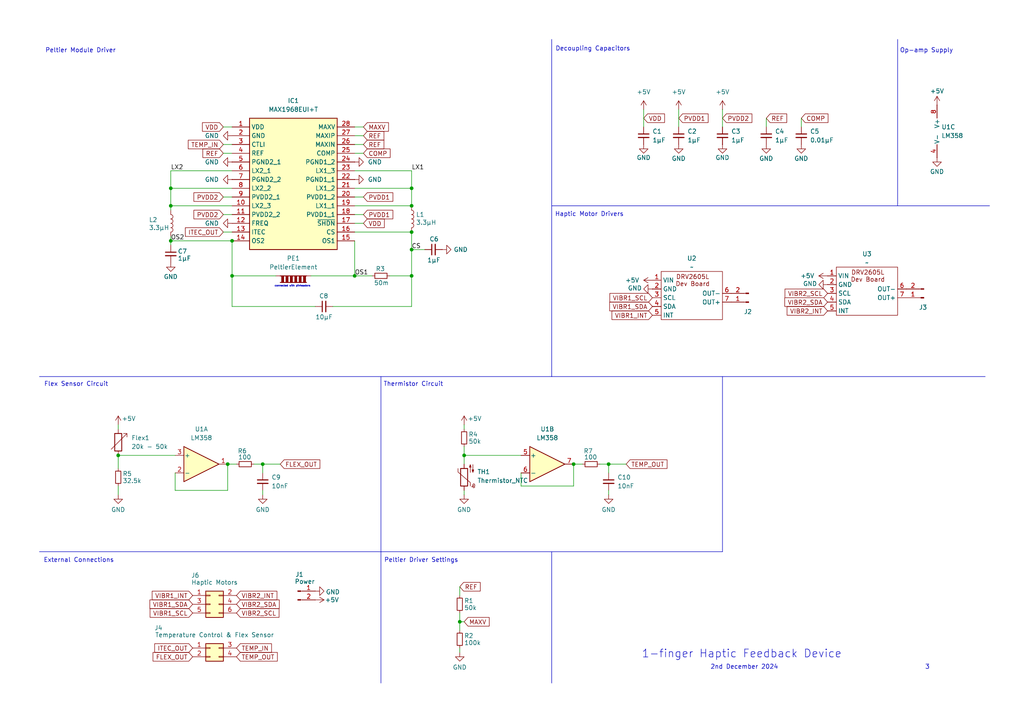
<source format=kicad_sch>
(kicad_sch (version 20231120) (generator "eeschema") (generator_version "8.0")
  (paper "A4")
  (lib_symbols
    (symbol "Amplifier_Operational:LM358" (pin_names (offset 0.127))
      (property "Reference" "U" (at 0 5.08 0))
      (property "Value" "LM358" (at 0 -5.08 0))
      (symbol "LM358_1_1"
        (polyline (pts (xy -5.08 5.08) (xy 5.08 0) (xy -5.08 -5.08) (xy -5.08 5.08)) (stroke (width 0.254)) (fill (type background)))
        (pin output line (at 7.62 0 180) (length 2.54) (name "~") (number "1"))
        (pin input line (at -7.62 -2.54 0) (length 2.54) (name "-") (number "2"))
        (pin input line (at -7.62 2.54 0) (length 2.54) (name "+") (number "3"))
      )
      (symbol "LM358_2_1"
        (polyline (pts (xy -5.08 5.08) (xy 5.08 0) (xy -5.08 -5.08) (xy -5.08 5.08)) (stroke (width 0.254)) (fill (type background)))
        (pin input line (at -7.62 2.54 0) (length 2.54) (name "+") (number "5"))
        (pin input line (at -7.62 -2.54 0) (length 2.54) (name "-") (number "6"))
        (pin output line (at 7.62 0 180) (length 2.54) (name "~") (number "7"))
      )
      (symbol "LM358_3_1"
        (pin power_in line (at -2.54 -7.62 90) (length 3.81) (name "V-") (number "4"))
        (pin power_in line (at -2.54 7.62 270) (length 3.81) (name "V+") (number "8"))
      )
    )
    (symbol "Connector:Conn_01x02_Pin" (pin_names (offset 1.016) hide)
      (property "Reference" "J" (at 0 2.54 0))
      (property "Value" "Conn_01x02_Pin" (at 0 -5.08 0))
      (symbol "Conn_01x02_Pin_1_1"
        (polyline (pts (xy 1.27 -2.54) (xy 0.8636 -2.54)) (stroke (width 0.1524)))
        (polyline (pts (xy 1.27 0) (xy 0.8636 0)) (stroke (width 0.1524)))
        (rectangle (start 0.8636 -2.413) (end 0 -2.667) (stroke (width 0.1524)) (fill (type outline)))
        (rectangle (start 0.8636 0.127) (end 0 -0.127) (stroke (width 0.1524)) (fill (type outline)))
        (pin passive line (at 5.08 0 180) (length 3.81) (name "Pin_1") (number "1"))
        (pin passive line (at 5.08 -2.54 180) (length 3.81) (name "Pin_2") (number "2"))
      )
    )
    (symbol "Connector_Generic:Conn_02x02_Top_Bottom" (pin_names (offset 1.016) hide)
      (property "Reference" "J" (at 1.27 2.54 0))
      (property "Value" "Conn_02x02_Top_Bottom" (at 1.27 -5.08 0))
      (symbol "Conn_02x02_Top_Bottom_1_1"
        (rectangle (start -1.27 -2.413) (end 0 -2.667) (stroke (width 0.1524)))
        (rectangle (start -1.27 0.127) (end 0 -0.127) (stroke (width 0.1524)))
        (rectangle (start -1.27 1.27) (end 3.81 -3.81) (stroke (width 0.254)) (fill (type background)))
        (rectangle (start 3.81 -2.413) (end 2.54 -2.667) (stroke (width 0.1524)))
        (rectangle (start 3.81 0.127) (end 2.54 -0.127) (stroke (width 0.1524)))
        (pin passive line (at -5.08 0 0) (length 3.81) (name "Pin_1") (number "1"))
        (pin passive line (at -5.08 -2.54 0) (length 3.81) (name "Pin_2") (number "2"))
        (pin passive line (at 7.62 0 180) (length 3.81) (name "Pin_3") (number "3"))
        (pin passive line (at 7.62 -2.54 180) (length 3.81) (name "Pin_4") (number "4"))
      )
    )
    (symbol "Connector_Generic:Conn_02x03_Odd_Even" (pin_names (offset 1.016) hide)
      (property "Reference" "J" (at 1.27 5.08 0))
      (property "Value" "Conn_02x03_Odd_Even" (at 1.27 -5.08 0))
      (symbol "Conn_02x03_Odd_Even_1_1"
        (rectangle (start -1.27 -2.413) (end 0 -2.667) (stroke (width 0.1524)))
        (rectangle (start -1.27 0.127) (end 0 -0.127) (stroke (width 0.1524)))
        (rectangle (start -1.27 2.667) (end 0 2.413) (stroke (width 0.1524)))
        (rectangle (start -1.27 3.81) (end 3.81 -3.81) (stroke (width 0.254)) (fill (type background)))
        (rectangle (start 3.81 -2.413) (end 2.54 -2.667) (stroke (width 0.1524)))
        (rectangle (start 3.81 0.127) (end 2.54 -0.127) (stroke (width 0.1524)))
        (rectangle (start 3.81 2.667) (end 2.54 2.413) (stroke (width 0.1524)))
        (pin passive line (at -5.08 2.54 0) (length 3.81) (name "Pin_1") (number "1"))
        (pin passive line (at 7.62 2.54 180) (length 3.81) (name "Pin_2") (number "2"))
        (pin passive line (at -5.08 0 0) (length 3.81) (name "Pin_3") (number "3"))
        (pin passive line (at 7.62 0 180) (length 3.81) (name "Pin_4") (number "4"))
        (pin passive line (at -5.08 -2.54 0) (length 3.81) (name "Pin_5") (number "5"))
        (pin passive line (at 7.62 -2.54 180) (length 3.81) (name "Pin_6") (number "6"))
      )
    )
    (symbol "DRV2605L_1"
      (property "Reference" "U3" (at 0 7.62 0))
      (property "Value" "~" (at 0 5.08 0))
      (symbol "DRV2605L_1_0_1"
        (rectangle (start -8.89 3.81) (end 8.89 -10.16))
      )
      (symbol "DRV2605L_1_1_1"
        (text "DRV2605L\nDev Board" (at 0.254 1.27 0) (effects (font (size 1.27 1.27))))
        (pin power_in line (at -11.43 1.27 0) (length 2.54) (name "VIN") (number "1"))
        (pin power_in line (at -11.43 -1.27 0) (length 2.54) (name "GND") (number "2"))
        (pin input line (at -11.43 -3.81 0) (length 2.54) (name "SCL") (number "3"))
        (pin input line (at -11.43 -6.35 0) (length 2.54) (name "SDA") (number "4"))
        (pin input line (at -11.43 -8.89 0) (length 2.54) (name "INT") (number "5"))
        (pin output line (at 11.43 -2.54 180) (length 2.54) (name "OUT-") (number "6"))
        (pin output line (at 11.43 -5.08 180) (length 2.54) (name "OUT+") (number "7"))
      )
    )
    (symbol "Device:C_Small" (pin_numbers hide) (pin_names (offset 0.254) hide)
      (property "Reference" "C" (at 0.254 1.778 0))
      (property "Value" "C_Small" (at 0.254 -2.032 0))
      (symbol "C_Small_0_1"
        (polyline (pts (xy -1.524 -0.508) (xy 1.524 -0.508)) (stroke (width 0.3302)))
        (polyline (pts (xy -1.524 0.508) (xy 1.524 0.508)) (stroke (width 0.3048)))
      )
      (symbol "C_Small_1_1"
        (pin passive line (at 0 2.54 270) (length 2.032) (name "~") (number "1"))
        (pin passive line (at 0 -2.54 90) (length 2.032) (name "~") (number "2"))
      )
    )
    (symbol "Device:L" (pin_numbers hide) (pin_names (offset 1.016) hide)
      (property "Reference" "L" (at -1.27 0 90))
      (property "Value" "L" (at 1.905 0 90))
      (symbol "L_0_1"
        (arc (start 0 -2.54) (mid 0.6323 -1.905) (end 0 -1.27))
        (arc (start 0 -1.27) (mid 0.6323 -0.635) (end 0 0))
        (arc (start 0 0) (mid 0.6323 0.635) (end 0 1.27))
        (arc (start 0 1.27) (mid 0.6323 1.905) (end 0 2.54))
      )
      (symbol "L_1_1"
        (pin passive line (at 0 3.81 270) (length 1.27) (name "1") (number "1"))
        (pin passive line (at 0 -3.81 90) (length 1.27) (name "2") (number "2"))
      )
    )
    (symbol "Device:PeltierElement" (pin_numbers hide) (pin_names (offset 0))
      (property "Reference" "PE" (at 0 3.175 0))
      (property "Value" "PeltierElement" (at 0 -1.27 0))
      (symbol "PeltierElement_0_1"
        (rectangle (start -3.556 1.905) (end -2.921 0) (fill (type outline)))
        (rectangle (start -2.286 1.905) (end -1.651 0) (fill (type outline)))
        (rectangle (start -0.381 1.905) (end -1.016 0) (fill (type outline)))
        (polyline (pts (xy -3.81 0) (xy 3.81 0)) (stroke (width 0.254)) (fill (type outline)))
        (polyline (pts (xy -3.81 1.905) (xy 3.81 1.905)) (stroke (width 0.254)))
        (rectangle (start 0.889 1.905) (end 0.254 0) (fill (type outline)))
        (rectangle (start 1.524 0) (end 2.159 1.905) (fill (type outline)))
        (rectangle (start 2.794 0) (end 3.429 1.905) (fill (type outline)))
      )
      (symbol "PeltierElement_1_1"
        (pin passive line (at -5.08 0 0) (length 1.27) (name "~") (number "1"))
        (pin passive line (at 5.08 0 180) (length 1.27) (name "~") (number "2"))
      )
    )
    (symbol "Device:R_Small" (pin_numbers hide) (pin_names (offset 0.254) hide)
      (property "Reference" "R" (at 0.762 0.508 0))
      (property "Value" "R_Small" (at 0.762 -1.016 0))
      (symbol "R_Small_0_1"
        (rectangle (start -0.762 1.778) (end 0.762 -1.778) (stroke (width 0.2032)))
      )
      (symbol "R_Small_1_1"
        (pin passive line (at 0 2.54 270) (length 0.762) (name "~") (number "1"))
        (pin passive line (at 0 -2.54 90) (length 0.762) (name "~") (number "2"))
      )
    )
    (symbol "Device:R_Variable" (pin_numbers hide) (pin_names (offset 0))
      (property "Reference" "R" (at 2.54 -2.54 90))
      (property "Value" "R_Variable" (at -2.54 -1.27 90))
      (symbol "R_Variable_0_1"
        (rectangle (start -1.016 -2.54) (end 1.016 2.54) (stroke (width 0.254)))
        (polyline (pts (xy 2.54 1.524) (xy 2.54 2.54) (xy 1.524 2.54) (xy 2.54 2.54) (xy -2.032 -2.032)))
      )
      (symbol "R_Variable_1_1"
        (pin passive line (at 0 3.81 270) (length 1.27) (name "~") (number "1"))
        (pin passive line (at 0 -3.81 90) (length 1.27) (name "~") (number "2"))
      )
    )
    (symbol "Device:Thermistor_NTC" (pin_numbers hide) (pin_names (offset 0))
      (property "Reference" "TH" (at -4.445 0 90))
      (property "Value" "Thermistor_NTC" (at 3.175 0 90))
      (symbol "Thermistor_NTC_0_1"
        (arc (start -3.048 2.159) (mid -3.0495 2.3143) (end -3.175 2.413))
        (arc (start -3.048 2.159) (mid -2.9736 1.9794) (end -2.794 1.905))
        (arc (start -3.048 2.794) (mid -2.9736 2.6144) (end -2.794 2.54))
        (arc (start -2.794 1.905) (mid -2.6144 1.9794) (end -2.54 2.159))
        (arc (start -2.794 2.54) (mid -2.4393 2.5587) (end -2.159 2.794))
        (arc (start -2.794 3.048) (mid -2.9736 2.9736) (end -3.048 2.794))
        (arc (start -2.54 2.794) (mid -2.6144 2.9736) (end -2.794 3.048))
        (rectangle (start -1.016 2.54) (end 1.016 -2.54) (stroke (width 0.254)))
        (polyline (pts (xy -2.54 2.159) (xy -2.54 2.794)))
        (polyline (pts (xy -1.778 2.54) (xy -1.778 1.524) (xy 1.778 -1.524) (xy 1.778 -2.54)))
        (polyline (pts (xy -2.54 -3.683) (xy -2.54 -1.397) (xy -2.794 -2.159) (xy -2.286 -2.159) (xy -2.54 -1.397) (xy -2.54 -1.651)) (fill (type outline)))
        (polyline (pts (xy -1.778 -1.397) (xy -1.778 -3.683) (xy -2.032 -2.921) (xy -1.524 -2.921) (xy -1.778 -3.683) (xy -1.778 -3.429)) (fill (type outline)))
      )
      (symbol "Thermistor_NTC_1_1"
        (pin passive line (at 0 3.81 270) (length 1.27) (name "~") (number "1"))
        (pin passive line (at 0 -3.81 90) (length 1.27) (name "~") (number "2"))
      )
    )
    (symbol "HapticDriver:DRV2605L"
      (property "Reference" "U2" (at 0 7.62 0))
      (property "Value" "~" (at 0 5.08 0))
      (symbol "DRV2605L_0_1"
        (rectangle (start -8.89 3.81) (end 8.89 -10.16))
      )
      (symbol "DRV2605L_1_1"
        (text "DRV2605L\nDev Board" (at 0.254 1.27 0) (effects (font (size 1.27 1.27))))
        (pin power_in line (at -11.43 1.27 0) (length 2.54) (name "VIN") (number "1"))
        (pin power_in line (at -11.43 -1.27 0) (length 2.54) (name "GND") (number "2"))
        (pin input line (at -11.43 -3.81 0) (length 2.54) (name "SCL") (number "3"))
        (pin input line (at -11.43 -6.35 0) (length 2.54) (name "SDA") (number "4"))
        (pin input line (at -11.43 -8.89 0) (length 2.54) (name "INT") (number "5"))
        (pin output line (at 11.43 -2.54 180) (length 2.54) (name "OUT-") (number "6"))
        (pin output line (at 11.43 -5.08 180) (length 2.54) (name "OUT+") (number "7"))
      )
    )
    (symbol "MAX1968EUI+T:MAX1968EUI+T"
      (property "Reference" "IC" (at 31.75 7.62 0))
      (property "Value" "MAX1968EUI+T" (at 31.75 5.08 0))
      (symbol "MAX1968EUI+T_1_1"
        (rectangle (start 5.08 2.54) (end 30.48 -35.56) (stroke (width 0.254)) (fill (type background)))
        (pin passive line (at 0 0 0) (length 5.08) (name "VDD") (number "1"))
        (pin passive line (at 0 -22.86 0) (length 5.08) (name "LX2_3") (number "10"))
        (pin passive line (at 0 -25.4 0) (length 5.08) (name "PVDD2_2") (number "11"))
        (pin passive line (at 0 -27.94 0) (length 5.08) (name "FREQ") (number "12"))
        (pin passive line (at 0 -30.48 0) (length 5.08) (name "ITEC") (number "13"))
        (pin passive line (at 0 -33.02 0) (length 5.08) (name "OS2") (number "14"))
        (pin passive line (at 35.56 -33.02 180) (length 5.08) (name "OS1") (number "15"))
        (pin passive line (at 35.56 -30.48 180) (length 5.08) (name "CS") (number "16"))
        (pin passive line (at 35.56 -27.94 180) (length 5.08) (name "~{SHDN}") (number "17"))
        (pin passive line (at 35.56 -25.4 180) (length 5.08) (name "PVDD1_1") (number "18"))
        (pin passive line (at 35.56 -22.86 180) (length 5.08) (name "LX1_1") (number "19"))
        (pin passive line (at 0 -2.54 0) (length 5.08) (name "GND") (number "2"))
        (pin passive line (at 35.56 -20.32 180) (length 5.08) (name "PVDD1_2") (number "20"))
        (pin passive line (at 35.56 -17.78 180) (length 5.08) (name "LX1_2") (number "21"))
        (pin passive line (at 35.56 -15.24 180) (length 5.08) (name "PGND1_1") (number "22"))
        (pin passive line (at 35.56 -12.7 180) (length 5.08) (name "LX1_3") (number "23"))
        (pin passive line (at 35.56 -10.16 180) (length 5.08) (name "PGND1_2") (number "24"))
        (pin passive line (at 35.56 -7.62 180) (length 5.08) (name "COMP") (number "25"))
        (pin passive line (at 35.56 -5.08 180) (length 5.08) (name "MAXIN") (number "26"))
        (pin passive line (at 35.56 -2.54 180) (length 5.08) (name "MAXIP") (number "27"))
        (pin passive line (at 35.56 0 180) (length 5.08) (name "MAXV") (number "28"))
        (pin passive line (at 0 -5.08 0) (length 5.08) (name "CTLI") (number "3"))
        (pin passive line (at 0 -7.62 0) (length 5.08) (name "REF") (number "4"))
        (pin passive line (at 0 -10.16 0) (length 5.08) (name "PGND2_1") (number "5"))
        (pin passive line (at 0 -12.7 0) (length 5.08) (name "LX2_1") (number "6"))
        (pin passive line (at 0 -15.24 0) (length 5.08) (name "PGND2_2") (number "7"))
        (pin passive line (at 0 -17.78 0) (length 5.08) (name "LX2_2") (number "8"))
        (pin passive line (at 0 -20.32 0) (length 5.08) (name "PVDD2_1") (number "9"))
      )
    )
    (symbol "power:+5V" (power) (pin_numbers hide) (pin_names (offset 0) hide)
      (property "Value" "+5V" (at 0 3.556 0))
      (symbol "+5V_0_1"
        (polyline (pts (xy -0.762 1.27) (xy 0 2.54)))
        (polyline (pts (xy 0 0) (xy 0 2.54)))
        (polyline (pts (xy 0 2.54) (xy 0.762 1.27)))
      )
      (symbol "+5V_1_1"
        (pin power_in line (at 0 0 90) (length 0) (name "~") (number "1"))
      )
    )
    (symbol "power:GND" (power) (pin_numbers hide) (pin_names (offset 0) hide)
      (property "Value" "GND" (at 0 -3.81 0))
      (symbol "GND_0_1"
        (polyline (pts (xy 0 0) (xy 0 -1.27) (xy 1.27 -1.27) (xy 0 -2.54) (xy -1.27 -1.27) (xy 0 -1.27)))
      )
      (symbol "GND_1_1"
        (pin power_in line (at 0 0 270) (length 0) (name "~") (number "1"))
      )
    )
  )
  (junction (at 133.35 180.34))
  (junction (at 166.37 134.62))
  (junction (at 67.31 80.01))
  (junction (at 49.53 59.69))
  (junction (at 134.62 132.08))
  (junction (at 119.38 72.39))
  (junction (at 66.04 134.62))
  (junction (at 76.2 134.62))
  (junction (at 67.31 69.85))
  (junction (at 49.53 54.61))
  (junction (at 119.38 67.31))
  (junction (at 34.29 132.08))
  (junction (at 119.38 54.61))
  (junction (at 119.38 80.01))
  (junction (at 102.87 80.01))
  (junction (at 176.53 134.62))
  (junction (at 119.38 59.69))
  (junction (at 49.53 69.85))
  (polyline (pts (xy 160.02 11.43) (xy 160.02 109.22)))
  (wire (pts (xy 196.85 36.83) (xy 196.85 31.75)))
  (wire (pts (xy 151.13 140.97) (xy 151.13 137.16)))
  (wire (pts (xy 119.38 54.61) (xy 119.38 59.69)))
  (wire (pts (xy 102.87 49.53) (xy 119.38 49.53)))
  (wire (pts (xy 134.62 132.08) (xy 134.62 134.62)))
  (wire (pts (xy 49.53 71.12) (xy 49.53 69.85)))
  (polyline (pts (xy 285.75 109.22) (xy 160.02 109.22)))
  (polyline (pts (xy 160.02 160.02) (xy 209.55 160.02)))
  (wire (pts (xy 119.38 49.53) (xy 119.38 54.61)))
  (wire (pts (xy 49.53 49.53) (xy 67.31 49.53)))
  (wire (pts (xy 209.55 36.83) (xy 209.55 31.75)))
  (wire (pts (xy 64.77 67.31) (xy 67.31 67.31)))
  (wire (pts (xy 49.53 59.69) (xy 67.31 59.69)))
  (wire (pts (xy 102.87 59.69) (xy 119.38 59.69)))
  (wire (pts (xy 133.35 189.23) (xy 133.35 187.96)))
  (wire (pts (xy 34.29 135.89) (xy 34.29 132.08)))
  (wire (pts (xy 90.17 80.01) (xy 102.87 80.01)))
  (wire (pts (xy 67.31 62.23) (xy 64.77 62.23)))
  (wire (pts (xy 49.53 60.96) (xy 49.53 59.69)))
  (wire (pts (xy 102.87 54.61) (xy 119.38 54.61)))
  (wire (pts (xy 50.8 142.24) (xy 66.04 142.24)))
  (wire (pts (xy 166.37 134.62) (xy 168.91 134.62)))
  (polyline (pts (xy 287.02 59.69) (xy 160.02 59.69)))
  (wire (pts (xy 102.87 80.01) (xy 107.95 80.01)))
  (wire (pts (xy 102.87 69.85) (xy 102.87 80.01)))
  (wire (pts (xy 133.35 177.8) (xy 133.35 180.34)))
  (wire (pts (xy 166.37 140.97) (xy 151.13 140.97)))
  (wire (pts (xy 176.53 134.62) (xy 181.61 134.62)))
  (polyline (pts (xy 110.49 198.12) (xy 110.49 109.22)))
  (wire (pts (xy 76.2 134.62) (xy 81.28 134.62)))
  (wire (pts (xy 49.53 54.61) (xy 67.31 54.61)))
  (wire (pts (xy 34.29 124.46) (xy 34.29 123.19)))
  (wire (pts (xy 49.53 69.85) (xy 67.31 69.85)))
  (wire (pts (xy 102.87 44.45) (xy 105.41 44.45)))
  (wire (pts (xy 119.38 72.39) (xy 119.38 67.31)))
  (wire (pts (xy 64.77 36.83) (xy 67.31 36.83)))
  (wire (pts (xy 119.38 80.01) (xy 119.38 72.39)))
  (wire (pts (xy 123.19 72.39) (xy 119.38 72.39)))
  (wire (pts (xy 102.87 67.31) (xy 119.38 67.31)))
  (wire (pts (xy 176.53 143.51) (xy 176.53 142.24)))
  (wire (pts (xy 50.8 132.08) (xy 34.29 132.08)))
  (wire (pts (xy 67.31 80.01) (xy 67.31 88.9)))
  (polyline (pts (xy 209.55 160.02) (xy 209.55 109.22)))
  (wire (pts (xy 50.8 137.16) (xy 50.8 142.24)))
  (wire (pts (xy 133.35 170.18) (xy 133.35 172.72)))
  (wire (pts (xy 49.53 49.53) (xy 49.53 54.61)))
  (wire (pts (xy 49.53 54.61) (xy 49.53 59.69)))
  (wire (pts (xy 76.2 143.51) (xy 76.2 142.24)))
  (wire (pts (xy 96.52 88.9) (xy 119.38 88.9)))
  (wire (pts (xy 67.31 80.01) (xy 80.01 80.01)))
  (wire (pts (xy 134.62 123.19) (xy 134.62 124.46)))
  (wire (pts (xy 66.04 142.24) (xy 66.04 134.62)))
  (wire (pts (xy 102.87 57.15) (xy 105.41 57.15)))
  (wire (pts (xy 105.41 36.83) (xy 102.87 36.83)))
  (wire (pts (xy 133.35 180.34) (xy 133.35 182.88)))
  (wire (pts (xy 64.77 41.91) (xy 67.31 41.91)))
  (wire (pts (xy 186.69 36.83) (xy 186.69 31.75)))
  (wire (pts (xy 119.38 88.9) (xy 119.38 80.01)))
  (wire (pts (xy 102.87 62.23) (xy 105.41 62.23)))
  (wire (pts (xy 134.62 143.51) (xy 134.62 142.24)))
  (wire (pts (xy 222.25 36.83) (xy 222.25 34.29)))
  (wire (pts (xy 73.66 134.62) (xy 76.2 134.62)))
  (wire (pts (xy 49.53 69.85) (xy 49.53 68.58)))
  (wire (pts (xy 134.62 180.34) (xy 133.35 180.34)))
  (wire (pts (xy 76.2 137.16) (xy 76.2 134.62)))
  (wire (pts (xy 105.41 41.91) (xy 102.87 41.91)))
  (polyline (pts (xy 160.02 198.12) (xy 160.02 160.02)))
  (polyline (pts (xy 11.43 109.22) (xy 160.02 109.22)))
  (wire (pts (xy 34.29 140.97) (xy 34.29 143.51)))
  (wire (pts (xy 67.31 69.85) (xy 67.31 80.01)))
  (wire (pts (xy 173.99 134.62) (xy 176.53 134.62)))
  (wire (pts (xy 166.37 134.62) (xy 166.37 140.97)))
  (wire (pts (xy 91.44 88.9) (xy 67.31 88.9)))
  (wire (pts (xy 176.53 137.16) (xy 176.53 134.62)))
  (wire (pts (xy 105.41 39.37) (xy 102.87 39.37)))
  (polyline (pts (xy 260.35 11.43) (xy 260.35 59.69)))
  (wire (pts (xy 113.03 80.01) (xy 119.38 80.01)))
  (wire (pts (xy 232.41 36.83) (xy 232.41 34.29)))
  (wire (pts (xy 134.62 132.08) (xy 151.13 132.08)))
  (wire (pts (xy 66.04 134.62) (xy 68.58 134.62)))
  (wire (pts (xy 67.31 57.15) (xy 64.77 57.15)))
  (wire (pts (xy 64.77 44.45) (xy 67.31 44.45)))
  (polyline (pts (xy 11.43 160.02) (xy 160.02 160.02)))
  (wire (pts (xy 105.41 64.77) (xy 102.87 64.77)))
  (wire (pts (xy 134.62 129.54) (xy 134.62 132.08)))
  (text "Thermistor Circuit" (at 119.888 111.506 0) (effects (font (size 1.27 1.27))))
  (text "Op-amp Supply" (at 268.732 14.732 0) (effects (font (size 1.27 1.27))))
  (text "connected with pinheaders" (at 84.836 83.058 0) (effects (font (size 0.508 0.508))))
  (text "External Connections" (at 22.86 162.56 0) (effects (font (size 1.27 1.27))))
  (text "Peltier Module Driver" (at 23.368 14.732 0) (effects (font (size 1.27 1.27))))
  (text "Haptic Motor Drivers" (at 170.942 62.23 0) (effects (font (size 1.27 1.27))))
  (text "Flex Sensor Circuit" (at 22.098 111.506 0) (effects (font (size 1.27 1.27))))
  (text "3" (at 268.986 193.548 0) (effects (font (size 1.27 1.27))))
  (text "Peltier Driver Settings" (at 122.174 162.56 0) (effects (font (size 1.27 1.27))))
  (text "1-finger Haptic Feedback Device" (at 215.138 189.738 0) (effects (font (size 2.286 2.286))))
  (text "Decoupling Capacitors" (at 171.958 14.224 0) (effects (font (size 1.27 1.27))))
  (text "2nd December 2024" (at 215.9 193.548 0) (effects (font (size 1.27 1.27))))
  (label "OS1" (at 102.87 80.01 0))
  (label "LX1" (at 119.38 49.53 0))
  (label "OS2" (at 49.53 69.85 0))
  (label "CS" (at 119.38 72.39 0))
  (label "LX2" (at 49.53 49.53 0))
  (global_label "REF" (shape input) (at 222.25 34.29 0) (property "Intersheetrefs" "${INTERSHEET_REFS}" (effects (hide yes))))
  (global_label "VDD" (shape input) (at 186.69 34.29 0) (property "Intersheetrefs" "${INTERSHEET_REFS}" (effects (hide yes))))
  (global_label "VIBR2_SCL" (shape input) (at 68.58 177.8 0) (property "Intersheetrefs" "${INTERSHEET_REFS}" (effects (hide yes))))
  (global_label "PVDD2" (shape input) (at 209.55 34.29 0) (property "Intersheetrefs" "${INTERSHEET_REFS}" (effects (hide yes))))
  (global_label "TEMP_OUT" (shape input) (at 181.61 134.62 0) (property "Intersheetrefs" "${INTERSHEET_REFS}" (effects (hide yes))))
  (global_label "COMP" (shape input) (at 105.41 44.45 0) (property "Intersheetrefs" "${INTERSHEET_REFS}" (effects (hide yes))))
  (global_label "VIBR1_SDA" (shape input) (at 189.23 88.9 180) (property "Intersheetrefs" "${INTERSHEET_REFS}" (effects (hide yes))))
  (global_label "REF" (shape input) (at 105.41 39.37 0) (property "Intersheetrefs" "${INTERSHEET_REFS}" (effects (hide yes))))
  (global_label "REF" (shape input) (at 133.35 170.18 0) (property "Intersheetrefs" "${INTERSHEET_REFS}" (effects (hide yes))))
  (global_label "VIBR1_INT" (shape input) (at 55.88 172.72 180) (property "Intersheetrefs" "${INTERSHEET_REFS}" (effects (hide yes))))
  (global_label "VIBR2_SDA" (shape input) (at 240.03 87.63 180) (property "Intersheetrefs" "${INTERSHEET_REFS}" (effects (hide yes))))
  (global_label "FLEX_OUT" (shape input) (at 55.88 190.5 180) (property "Intersheetrefs" "${INTERSHEET_REFS}" (effects (hide yes))))
  (global_label "TEMP_OUT" (shape input) (at 68.58 190.5 0) (property "Intersheetrefs" "${INTERSHEET_REFS}" (effects (hide yes))))
  (global_label "VIBR1_INT" (shape input) (at 189.23 91.44 180) (property "Intersheetrefs" "${INTERSHEET_REFS}" (effects (hide yes))))
  (global_label "VDD" (shape input) (at 64.77 36.83 180) (property "Intersheetrefs" "${INTERSHEET_REFS}" (effects (hide yes))))
  (global_label "PVDD1" (shape input) (at 105.41 62.23 0) (property "Intersheetrefs" "${INTERSHEET_REFS}" (effects (hide yes))))
  (global_label "MAXV" (shape input) (at 134.62 180.34 0) (property "Intersheetrefs" "${INTERSHEET_REFS}" (effects (hide yes))))
  (global_label "COMP" (shape input) (at 232.41 34.29 0) (property "Intersheetrefs" "${INTERSHEET_REFS}" (effects (hide yes))))
  (global_label "TEMP_IN" (shape input) (at 64.77 41.91 180) (property "Intersheetrefs" "${INTERSHEET_REFS}" (effects (hide yes))))
  (global_label "PVDD1" (shape input) (at 196.85 34.29 0) (property "Intersheetrefs" "${INTERSHEET_REFS}" (effects (hide yes))))
  (global_label "VIBR2_SDA" (shape input) (at 68.58 175.26 0) (property "Intersheetrefs" "${INTERSHEET_REFS}" (effects (hide yes))))
  (global_label "FLEX_OUT" (shape input) (at 81.28 134.62 0) (property "Intersheetrefs" "${INTERSHEET_REFS}" (effects (hide yes))))
  (global_label "VIBR1_SDA" (shape input) (at 55.88 175.26 180) (property "Intersheetrefs" "${INTERSHEET_REFS}" (effects (hide yes))))
  (global_label "ITEC_OUT" (shape input) (at 55.88 187.96 180) (property "Intersheetrefs" "${INTERSHEET_REFS}" (effects (hide yes))))
  (global_label "VIBR1_SCL" (shape input) (at 55.88 177.8 180) (property "Intersheetrefs" "${INTERSHEET_REFS}" (effects (hide yes))))
  (global_label "ITEC_OUT" (shape input) (at 64.77 67.31 180) (property "Intersheetrefs" "${INTERSHEET_REFS}" (effects (hide yes))))
  (global_label "PVDD1" (shape input) (at 105.41 57.15 0) (property "Intersheetrefs" "${INTERSHEET_REFS}" (effects (hide yes))))
  (global_label "TEMP_IN" (shape input) (at 68.58 187.96 0) (property "Intersheetrefs" "${INTERSHEET_REFS}" (effects (hide yes))))
  (global_label "MAXV" (shape input) (at 105.41 36.83 0) (property "Intersheetrefs" "${INTERSHEET_REFS}" (effects (hide yes))))
  (global_label "PVDD2" (shape input) (at 64.77 62.23 180) (property "Intersheetrefs" "${INTERSHEET_REFS}" (effects (hide yes))))
  (global_label "REF" (shape input) (at 64.77 44.45 180) (property "Intersheetrefs" "${INTERSHEET_REFS}" (effects (hide yes))))
  (global_label "VIBR2_INT" (shape input) (at 68.58 172.72 0) (property "Intersheetrefs" "${INTERSHEET_REFS}" (effects (hide yes))))
  (global_label "VDD" (shape input) (at 105.41 64.77 0) (property "Intersheetrefs" "${INTERSHEET_REFS}" (effects (hide yes))))
  (global_label "VIBR1_SCL" (shape input) (at 189.23 86.36 180) (property "Intersheetrefs" "${INTERSHEET_REFS}" (effects (hide yes))))
  (global_label "REF" (shape input) (at 105.41 41.91 0) (property "Intersheetrefs" "${INTERSHEET_REFS}" (effects (hide yes))))
  (global_label "VIBR2_INT" (shape input) (at 240.03 90.17 180) (property "Intersheetrefs" "${INTERSHEET_REFS}" (effects (hide yes))))
  (global_label "VIBR2_SCL" (shape input) (at 240.03 85.09 180) (property "Intersheetrefs" "${INTERSHEET_REFS}" (effects (hide yes))))
  (global_label "PVDD2" (shape input) (at 64.77 57.15 180) (property "Intersheetrefs" "${INTERSHEET_REFS}" (effects (hide yes))))
  (symbol (lib_id "Amplifier_Operational:LM358") (at 274.32 38.1 0) (unit 3)
    (property "Reference" "U1" (at 273.05 36.8299 0) (effects (justify left)))
    (property "Value" "LM358" (at 273.05 39.3699 0) (effects (justify left)))
    (property "Footprint" "LM358:SOP65P640X135-8N" (effects (hide yes)))
    (property "Datasheet" "http://www.ti.com/lit/ds/symlink/lm2904-n.pdf" (effects (hide yes)))
    (property "Description" "Low-Power, Dual Operational Amplifiers, DIP-8/SOIC-8/TO-99-8" (effects (hide yes)))
  )
  (symbol (lib_id "power:+5V") (at 196.85 31.75 0) (unit 1)
    (property "Reference" "#PWR01" (effects (hide yes)))
    (property "Value" "+5V" (at 196.85 26.67 0))
    (property "Description" "Power symbol creates a global label with name \"+5V\"" (effects (hide yes)))
  )
  (symbol (lib_id "Amplifier_Operational:LM358") (at 58.42 134.62 0) (unit 1)
    (property "Reference" "U1" (at 58.42 124.46 0))
    (property "Value" "LM358" (at 58.42 127 0))
    (property "Footprint" "LM358:SOP65P640X135-8N" (effects (hide yes)))
    (property "Datasheet" "http://www.ti.com/lit/ds/symlink/lm2904-n.pdf" (effects (hide yes)))
    (property "Description" "Low-Power, Dual Operational Amplifiers, DIP-8/SOIC-8/TO-99-8" (effects (hide yes)))
  )
  (symbol (lib_id "Device:C_Small") (at 125.73 72.39 90) (unit 1)
    (property "Reference" "C6" (at 127.254 69.342 90) (effects (justify left)))
    (property "Value" "1µF" (at 127.762 75.438 90) (effects (justify left)))
    (property "Footprint" "Capacitor_SMD:C_0805_2012Metric_Pad1.18x1.45mm_HandSolder" (effects (hide yes)))
    (property "Description" "Unpolarized capacitor, small symbol" (effects (hide yes)))
  )
  (symbol (lib_id "power:+5V") (at 91.44 173.99 270) (unit 1)
    (property "Reference" "#PWR018" (effects (hide yes)))
    (property "Value" "+5V" (at 94.234 173.99 90) (effects (justify left)))
    (property "Description" "Power symbol creates a global label with name \"+5V\"" (effects (hide yes)))
  )
  (symbol (lib_id "power:GND") (at 196.85 41.91 0) (unit 1)
    (property "Reference" "#PWR02" (effects (hide yes)))
    (property "Value" "GND" (at 198.882 45.974 0) (effects (justify right)))
    (property "Description" "Power symbol creates a global label with name \"GND\" , ground" (effects (hide yes)))
  )
  (symbol (lib_id "Device:C_Small") (at 222.25 39.37 0) (unit 1)
    (property "Reference" "C4" (at 224.79 38.1062 0) (effects (justify left)))
    (property "Value" "1µF" (at 224.79 40.6462 0) (effects (justify left)))
    (property "Footprint" "Capacitor_SMD:C_0805_2012Metric_Pad1.18x1.45mm_HandSolder" (effects (hide yes)))
    (property "Description" "Unpolarized capacitor, small symbol" (effects (hide yes)))
  )
  (symbol (lib_id "Device:PeltierElement") (at 85.09 80.01 180) (unit 1)
    (property "Reference" "PE1" (at 85.09 74.93 0))
    (property "Value" "PeltierElement" (at 85.09 77.47 0))
    (property "Footprint" "Connector_PinHeader_2.54mm:PinHeader_1x02_P2.54mm_Vertical" (effects (hide yes)))
    (property "Description" "Peltier element, thermoelectric cooler" (effects (hide yes)))
  )
  (symbol (lib_id "power:GND") (at 189.23 83.82 270) (unit 1)
    (property "Reference" "#PWR030" (effects (hide yes)))
    (property "Value" "GND" (at 186.182 83.566 90) (effects (justify right)))
    (property "Description" "Power symbol creates a global label with name \"GND\" , ground" (effects (hide yes)))
  )
  (symbol (lib_id "power:GND") (at 134.62 143.51 0) (unit 1)
    (property "Reference" "#PWR019" (effects (hide yes)))
    (property "Value" "GND" (at 136.652 147.828 0) (effects (justify right)))
    (property "Description" "Power symbol creates a global label with name \"GND\" , ground" (effects (hide yes)))
  )
  (symbol (lib_id "Device:R_Small") (at 171.45 134.62 90) (unit 1)
    (property "Reference" "R7" (at 171.958 130.81 90) (effects (justify left)))
    (property "Value" "100" (at 173.228 132.588 90) (effects (justify left)))
    (property "Footprint" "Resistor_SMD:R_0805_2012Metric_Pad1.20x1.40mm_HandSolder" (effects (hide yes)))
    (property "Description" "Resistor, small symbol" (effects (hide yes)))
  )
  (symbol (lib_id "power:GND") (at 67.31 52.07 270) (unit 1)
    (property "Reference" "#PWR09" (effects (hide yes)))
    (property "Value" "GND" (at 63.5 52.0699 90) (effects (justify right)))
    (property "Description" "Power symbol creates a global label with name \"GND\" , ground" (effects (hide yes)))
  )
  (symbol (lib_id "power:+5V") (at 134.62 123.19 0) (unit 1)
    (property "Reference" "#PWR020" (effects (hide yes)))
    (property "Value" "+5V" (at 137.668 121.412 0))
    (property "Description" "Power symbol creates a global label with name \"+5V\"" (effects (hide yes)))
  )
  (symbol (lib_id "Device:C_Small") (at 93.98 88.9 90) (unit 1)
    (property "Reference" "C8" (at 95.25 85.852 90) (effects (justify left)))
    (property "Value" "10µF" (at 96.52 91.948 90) (effects (justify left)))
    (property "Footprint" "Capacitor_SMD:C_0805_2012Metric_Pad1.18x1.45mm_HandSolder" (effects (hide yes)))
    (property "Description" "Unpolarized capacitor, small symbol" (effects (hide yes)))
  )
  (symbol (lib_id "Device:C_Small") (at 232.41 39.37 0) (unit 1)
    (property "Reference" "C5" (at 234.95 38.1062 0) (effects (justify left)))
    (property "Value" "0.01µF" (at 234.95 40.6462 0) (effects (justify left)))
    (property "Footprint" "Capacitor_SMD:C_0805_2012Metric_Pad1.18x1.45mm_HandSolder" (effects (hide yes)))
    (property "Description" "Unpolarized capacitor, small symbol" (effects (hide yes)))
  )
  (symbol (lib_id "Device:R_Small") (at 110.49 80.01 270) (unit 1)
    (property "Reference" "R3" (at 108.966 77.978 90) (effects (justify left)))
    (property "Value" "50m" (at 108.458 82.042 90) (effects (justify left)))
    (property "Footprint" "Resistor_SMD:R_1206_3216Metric_Pad1.30x1.75mm_HandSolder" (effects (hide yes)))
    (property "Description" "Resistor, small symbol" (effects (hide yes)))
  )
  (symbol (lib_id "Device:R_Small") (at 71.12 134.62 90) (unit 1)
    (property "Reference" "R6" (at 71.628 130.81 90) (effects (justify left)))
    (property "Value" "100" (at 72.898 132.588 90) (effects (justify left)))
    (property "Footprint" "Resistor_SMD:R_0805_2012Metric_Pad1.20x1.40mm_HandSolder" (effects (hide yes)))
    (property "Description" "Resistor, small symbol" (effects (hide yes)))
  )
  (symbol (lib_id "power:+5V") (at 240.03 80.01 90) (unit 1)
    (property "Reference" "#PWR029" (effects (hide yes)))
    (property "Value" "+5V" (at 236.22 80.0099 90) (effects (justify left)))
    (property "Description" "Power symbol creates a global label with name \"+5V\"" (effects (hide yes)))
  )
  (symbol (lib_id "Device:C_Small") (at 76.2 139.7 0) (unit 1)
    (property "Reference" "C9" (at 78.74 138.4362 0) (effects (justify left)))
    (property "Value" "10nF" (at 78.74 140.9762 0) (effects (justify left)))
    (property "Footprint" "Capacitor_SMD:C_0805_2012Metric_Pad1.18x1.45mm_HandSolder" (effects (hide yes)))
    (property "Description" "Unpolarized capacitor, small symbol" (effects (hide yes)))
  )
  (symbol (lib_id "power:GND") (at 67.31 46.99 270) (unit 1)
    (property "Reference" "#PWR08" (effects (hide yes)))
    (property "Value" "GND" (at 63.5 46.9899 90) (effects (justify right)))
    (property "Description" "Power symbol creates a global label with name \"GND\" , ground" (effects (hide yes)))
  )
  (symbol (lib_id "power:GND") (at 128.27 72.39 90) (unit 1)
    (property "Reference" "#PWR016" (effects (hide yes)))
    (property "Value" "GND" (at 131.572 72.39 90) (effects (justify right)))
    (property "Description" "Power symbol creates a global label with name \"GND\" , ground" (effects (hide yes)))
  )
  (symbol (lib_id "power:+5V") (at 271.78 30.48 0) (unit 1)
    (property "Reference" "#PWR025" (effects (hide yes)))
    (property "Value" "+5V" (at 269.748 26.416 0) (effects (justify left)))
    (property "Description" "Power symbol creates a global label with name \"+5V\"" (effects (hide yes)))
  )
  (symbol (lib_id "Device:C_Small") (at 196.85 39.37 0) (unit 1)
    (property "Reference" "C2" (at 199.39 38.1062 0) (effects (justify left)))
    (property "Value" "1µF" (at 199.39 40.6462 0) (effects (justify left)))
    (property "Footprint" "Capacitor_SMD:C_0805_2012Metric_Pad1.18x1.45mm_HandSolder" (effects (hide yes)))
    (property "Description" "Unpolarized capacitor, small symbol" (effects (hide yes)))
  )
  (symbol (lib_id "Connector:Conn_01x02_Pin") (at 267.97 86.36 180) (unit 1)
    (property "Reference" "J3" (at 267.716 89.154 0))
    (property "Value" "VIBR2" (effects (hide yes)))
    (property "Footprint" "Connector_PinHeader_2.54mm:PinHeader_1x02_P2.54mm_Vertical" (effects (hide yes)))
    (property "Description" "Generic connector, single row, 01x02, script generated" (effects (hide yes)))
  )
  (symbol (lib_id "power:GND") (at 232.41 41.91 0) (unit 1)
    (property "Reference" "#PWR015" (effects (hide yes)))
    (property "Value" "GND" (at 234.442 45.974 0) (effects (justify right)))
    (property "Description" "Power symbol creates a global label with name \"GND\" , ground" (effects (hide yes)))
  )
  (symbol (lib_id "power:GND") (at 91.44 171.45 90) (unit 1)
    (property "Reference" "#PWR021" (effects (hide yes)))
    (property "Value" "GND" (at 94.488 171.704 90) (effects (justify right)))
    (property "Description" "Power symbol creates a global label with name \"GND\" , ground" (effects (hide yes)))
  )
  (symbol (lib_id "Device:C_Small") (at 176.53 139.7 0) (unit 1)
    (property "Reference" "C10" (at 179.07 138.4362 0) (effects (justify left)))
    (property "Value" "10nF" (at 179.07 140.9762 0) (effects (justify left)))
    (property "Footprint" "Capacitor_SMD:C_0805_2012Metric_Pad1.18x1.45mm_HandSolder" (effects (hide yes)))
    (property "Description" "Unpolarized capacitor, small symbol" (effects (hide yes)))
  )
  (symbol (lib_id "power:GND") (at 67.31 64.77 270) (unit 1)
    (property "Reference" "#PWR014" (effects (hide yes)))
    (property "Value" "GND" (at 63.5 64.7699 90) (effects (justify right)))
    (property "Description" "Power symbol creates a global label with name \"GND\" , ground" (effects (hide yes)))
  )
  (symbol (lib_id "power:GND") (at 186.69 41.91 0) (unit 1)
    (property "Reference" "#PWR011" (effects (hide yes)))
    (property "Value" "GND" (at 188.722 45.72 0) (effects (justify right)))
    (property "Description" "Power symbol creates a global label with name \"GND\" , ground" (effects (hide yes)))
  )
  (symbol (lib_id "power:GND") (at 34.29 143.51 0) (unit 1)
    (property "Reference" "#PWR024" (effects (hide yes)))
    (property "Value" "GND" (at 36.322 147.828 0) (effects (justify right)))
    (property "Description" "Power symbol creates a global label with name \"GND\" , ground" (effects (hide yes)))
  )
  (symbol (lib_id "power:+5V") (at 186.69 31.75 0) (unit 1)
    (property "Reference" "#PWR03" (effects (hide yes)))
    (property "Value" "+5V" (at 186.69 26.67 0))
    (property "Description" "Power symbol creates a global label with name \"+5V\"" (effects (hide yes)))
  )
  (symbol (lib_id "Connector_Generic:Conn_02x02_Top_Bottom") (at 60.96 187.96 0) (unit 1)
    (property "Reference" "J4" (at 45.974 182.118 0))
    (property "Value" "Temperature Control & Flex Sensor" (at 62.23 184.15 0))
    (property "Footprint" "Connector_PinHeader_2.54mm:PinHeader_2x02_P2.54mm_Vertical" (effects (hide yes)))
    (property "Description" "Generic connector, double row, 02x02, top/bottom pin numbering scheme (row 1: 1...pins_per_row, row2: pins_per_row+1 ... num_pins), script generated (kicad-library-utils/schlib/autogen/connector/)" (effects (hide yes)))
  )
  (symbol (lib_id "HapticDriver:DRV2605L") (at 200.66 82.55 0) (unit 1)
    (property "Reference" "U2" (at 200.66 74.93 0))
    (property "Value" "~" (at 200.66 77.47 0))
    (property "Footprint" "HapticDriver:DRV2605l" (effects (hide yes)))
  )
  (symbol (lib_id "Device:R_Small") (at 134.62 127 0) (unit 1)
    (property "Reference" "R4" (at 135.89 125.984 0) (effects (justify left)))
    (property "Value" "50k" (at 135.89 128.016 0) (effects (justify left)))
    (property "Footprint" "Resistor_SMD:R_0805_2012Metric_Pad1.20x1.40mm_HandSolder" (effects (hide yes)))
    (property "Description" "Resistor, small symbol" (effects (hide yes)))
  )
  (symbol (lib_id "Connector:Conn_01x02_Pin") (at 86.36 171.45 0) (unit 1)
    (property "Reference" "J1" (at 86.868 166.624 0))
    (property "Value" "Power" (at 88.392 168.656 0))
    (property "Footprint" "Connector_PinHeader_2.54mm:PinHeader_1x02_P2.54mm_Vertical" (effects (hide yes)))
    (property "Description" "Generic connector, single row, 01x02, script generated" (effects (hide yes)))
  )
  (symbol (lib_id "Device:R_Small") (at 133.35 175.26 0) (unit 1)
    (property "Reference" "R1" (at 134.62 174.244 0) (effects (justify left)))
    (property "Value" "50k" (at 134.62 176.276 0) (effects (justify left)))
    (property "Footprint" "Resistor_SMD:R_0805_2012Metric_Pad1.20x1.40mm_HandSolder" (effects (hide yes)))
    (property "Description" "Resistor, small symbol" (effects (hide yes)))
  )
  (symbol (lib_id "power:+5V") (at 34.29 123.19 0) (unit 1)
    (property "Reference" "#PWR023" (effects (hide yes)))
    (property "Value" "+5V" (at 37.338 121.412 0))
    (property "Description" "Power symbol creates a global label with name \"+5V\"" (effects (hide yes)))
  )
  (symbol (lib_id "power:+5V") (at 189.23 81.28 90) (unit 1)
    (property "Reference" "#PWR022" (effects (hide yes)))
    (property "Value" "+5V" (at 185.42 81.2799 90) (effects (justify left)))
    (property "Description" "Power symbol creates a global label with name \"+5V\"" (effects (hide yes)))
  )
  (symbol (lib_id "Amplifier_Operational:LM358") (at 158.75 134.62 0) (unit 2)
    (property "Reference" "U1" (at 158.75 124.46 0))
    (property "Value" "LM358" (at 158.75 127 0))
    (property "Footprint" "LM358:SOP65P640X135-8N" (effects (hide yes)))
    (property "Datasheet" "http://www.ti.com/lit/ds/symlink/lm2904-n.pdf" (effects (hide yes)))
    (property "Description" "Low-Power, Dual Operational Amplifiers, DIP-8/SOIC-8/TO-99-8" (effects (hide yes)))
  )
  (symbol (lib_id "MAX1968EUI+T:MAX1968EUI+T") (at 67.31 36.83 0) (unit 1)
    (property "Reference" "IC1" (at 85.09 29.21 0))
    (property "Value" "MAX1968EUI+T" (at 85.09 31.75 0))
    (property "Footprint" "SOP65P640X110-28N" (effects (hide yes)))
    (property "Datasheet" "https://datasheets.maximintegrated.com/en/ds/MAX1968-MAX1969.pdf" (effects (hide yes)))
    (property "Description" "Power Management Specialized - PMIC Power Drivers for Peltier TEC Modules" (effects (hide yes)))
    (property "Height" "1.1" (effects (hide yes)))
    (property "Mouser Part Number" "700-MAX1968EUIT" (effects (hide yes)))
    (property "Mouser Price/Stock" "https://www.mouser.co.uk/ProductDetail/Analog-Devices-Maxim-Integrated/MAX1968EUI%2bT?qs=Jw2w9zrI6w9F0RzVMjTGIw%3D%3D" (effects (hide yes)))
    (property "Manufacturer_Name" "Analog Devices" (effects (hide yes)))
    (property "Manufacturer_Part_Number" "MAX1968EUI+T" (effects (hide yes)))
  )
  (symbol (lib_id "Connector:Conn_01x02_Pin") (at 217.17 87.63 180) (unit 1)
    (property "Reference" "J2" (at 216.916 90.424 0))
    (property "Value" "VIBR1" (effects (hide yes)))
    (property "Footprint" "Connector_PinHeader_2.54mm:PinHeader_1x02_P2.54mm_Vertical" (effects (hide yes)))
    (property "Description" "Generic connector, single row, 01x02, script generated" (effects (hide yes)))
  )
  (symbol (lib_id "power:+5V") (at 209.55 31.75 0) (unit 1)
    (property "Reference" "#PWR05" (effects (hide yes)))
    (property "Value" "+5V" (at 209.55 26.67 0))
    (property "Description" "Power symbol creates a global label with name \"+5V\"" (effects (hide yes)))
  )
  (symbol (lib_id "power:GND") (at 102.87 52.07 90) (unit 1)
    (property "Reference" "#PWR06" (effects (hide yes)))
    (property "Value" "GND" (at 106.68 52.0699 90) (effects (justify right)))
    (property "Description" "Power symbol creates a global label with name \"GND\" , ground" (effects (hide yes)))
  )
  (symbol (lib_id "power:GND") (at 240.03 82.55 270) (unit 1)
    (property "Reference" "#PWR031" (effects (hide yes)))
    (property "Value" "GND" (at 236.982 82.296 90) (effects (justify right)))
    (property "Description" "Power symbol creates a global label with name \"GND\" , ground" (effects (hide yes)))
  )
  (symbol (lib_id "Device:C_Small") (at 186.69 39.37 0) (unit 1)
    (property "Reference" "C1" (at 189.23 38.1062 0) (effects (justify left)))
    (property "Value" "1µF" (at 189.23 40.6462 0) (effects (justify left)))
    (property "Footprint" "Capacitor_SMD:C_0805_2012Metric_Pad1.18x1.45mm_HandSolder" (effects (hide yes)))
    (property "Description" "Unpolarized capacitor, small symbol" (effects (hide yes)))
  )
  (symbol (lib_id "power:GND") (at 271.78 45.72 0) (unit 1)
    (property "Reference" "#PWR026" (effects (hide yes)))
    (property "Value" "GND" (at 273.812 49.784 0) (effects (justify right)))
    (property "Description" "Power symbol creates a global label with name \"GND\" , ground" (effects (hide yes)))
  )
  (symbol (lib_id "power:GND") (at 222.25 41.91 0) (unit 1)
    (property "Reference" "#PWR012" (effects (hide yes)))
    (property "Value" "GND" (at 224.282 45.974 0) (effects (justify right)))
    (property "Description" "Power symbol creates a global label with name \"GND\" , ground" (effects (hide yes)))
  )
  (symbol (lib_id "Device:R_Small") (at 34.29 138.43 0) (unit 1)
    (property "Reference" "R5" (at 35.56 137.414 0) (effects (justify left)))
    (property "Value" "32.5k" (at 35.56 139.446 0) (effects (justify left)))
    (property "Footprint" "Resistor_SMD:R_0805_2012Metric_Pad1.20x1.40mm_HandSolder" (effects (hide yes)))
    (property "Description" "Resistor, small symbol" (effects (hide yes)))
  )
  (symbol (lib_id "power:GND") (at 209.55 41.91 0) (unit 1)
    (property "Reference" "#PWR04" (effects (hide yes)))
    (property "Value" "GND" (at 211.582 45.72 0) (effects (justify right)))
    (property "Description" "Power symbol creates a global label with name \"GND\" , ground" (effects (hide yes)))
  )
  (symbol (lib_id "Device:C_Small") (at 209.55 39.37 0) (unit 1)
    (property "Reference" "C3" (at 212.09 38.1062 0) (effects (justify left)))
    (property "Value" "1µF" (at 212.09 40.6462 0) (effects (justify left)))
    (property "Footprint" "Capacitor_SMD:C_0805_2012Metric_Pad1.18x1.45mm_HandSolder" (effects (hide yes)))
    (property "Description" "Unpolarized capacitor, small symbol" (effects (hide yes)))
  )
  (symbol (lib_id "power:GND") (at 76.2 143.51 0) (unit 1)
    (property "Reference" "#PWR027" (effects (hide yes)))
    (property "Value" "GND" (at 78.232 147.828 0) (effects (justify right)))
    (property "Description" "Power symbol creates a global label with name \"GND\" , ground" (effects (hide yes)))
  )
  (symbol (lib_name "DRV2605L_1") (lib_id "HapticDriver:DRV2605L") (at 251.46 81.28 0) (unit 1)
    (property "Reference" "U3" (at 251.46 73.66 0))
    (property "Value" "~" (at 251.46 76.2 0))
    (property "Footprint" "HapticDriver:DRV2605l" (effects (hide yes)))
  )
  (symbol (lib_id "power:GND") (at 102.87 46.99 90) (unit 1)
    (property "Reference" "#PWR07" (effects (hide yes)))
    (property "Value" "GND" (at 106.68 46.9899 90) (effects (justify right)))
    (property "Description" "Power symbol creates a global label with name \"GND\" , ground" (effects (hide yes)))
  )
  (symbol (lib_id "power:GND") (at 133.35 189.23 0) (unit 1)
    (property "Reference" "#PWR013" (effects (hide yes)))
    (property "Value" "GND" (at 135.382 193.548 0) (effects (justify right)))
    (property "Description" "Power symbol creates a global label with name \"GND\" , ground" (effects (hide yes)))
  )
  (symbol (lib_id "power:GND") (at 67.31 39.37 270) (unit 1)
    (property "Reference" "#PWR010" (effects (hide yes)))
    (property "Value" "GND" (at 63.5 39.3699 90) (effects (justify right)))
    (property "Description" "Power symbol creates a global label with name \"GND\" , ground" (effects (hide yes)))
  )
  (symbol (lib_id "Device:C_Small") (at 49.53 73.66 0) (unit 1)
    (property "Reference" "C7" (at 51.562 72.898 0) (effects (justify left)))
    (property "Value" "1µF" (at 51.562 74.93 0) (effects (justify left)))
    (property "Footprint" "Capacitor_SMD:C_0805_2012Metric_Pad1.18x1.45mm_HandSolder" (effects (hide yes)))
    (property "Description" "Unpolarized capacitor, small symbol" (effects (hide yes)))
  )
  (symbol (lib_id "Device:L") (at 49.53 64.77 0) (unit 1)
    (property "Reference" "L2" (at 43.18 63.754 0) (effects (justify left)))
    (property "Value" "3.3µH" (at 43.18 66.04 0) (effects (justify left)))
    (property "Footprint" "Coil_VLS6045:VLS6045" (effects (hide yes)))
    (property "Description" "Inductor" (effects (hide yes)))
  )
  (symbol (lib_id "Device:Thermistor_NTC") (at 134.62 138.43 180) (unit 1)
    (property "Reference" "TH1" (at 138.43 136.8424 0) (effects (justify right)))
    (property "Value" "Thermistor_NTC" (at 138.43 139.3824 0) (effects (justify right)))
    (property "Footprint" "Connector_PinHeader_2.54mm:PinHeader_1x02_P2.54mm_Vertical" (effects (hide yes)))
    (property "Description" "Temperature dependent resistor, negative temperature coefficient" (effects (hide yes)))
  )
  (symbol (lib_id "Connector_Generic:Conn_02x03_Odd_Even") (at 60.96 175.26 0) (unit 1)
    (property "Reference" "J6" (at 56.642 166.878 0))
    (property "Value" "Haptic Motors" (at 62.23 168.91 0))
    (property "Footprint" "Connector_PinHeader_2.54mm:PinHeader_2x03_P2.54mm_Vertical" (effects (hide yes)))
    (property "Description" "Generic connector, double row, 02x03, odd/even pin numbering scheme (row 1 odd numbers, row 2 even numbers), script generated (kicad-library-utils/schlib/autogen/connector/)" (effects (hide yes)))
  )
  (symbol (lib_id "power:GND") (at 49.53 76.2 0) (unit 1)
    (property "Reference" "#PWR017" (effects (hide yes)))
    (property "Value" "GND" (at 51.562 80.264 0) (effects (justify right)))
    (property "Description" "Power symbol creates a global label with name \"GND\" , ground" (effects (hide yes)))
  )
  (symbol (lib_id "Device:R_Small") (at 133.35 185.42 0) (unit 1)
    (property "Reference" "R2" (at 134.62 184.404 0) (effects (justify left)))
    (property "Value" "100k" (at 134.62 186.436 0) (effects (justify left)))
    (property "Footprint" "Resistor_SMD:R_0805_2012Metric_Pad1.20x1.40mm_HandSolder" (effects (hide yes)))
    (property "Description" "Resistor, small symbol" (effects (hide yes)))
  )
  (symbol (lib_id "Device:R_Variable") (at 34.29 128.27 0) (unit 1)
    (property "Reference" "Flex1" (at 38.1 126.9999 0) (effects (justify left)))
    (property "Value" "20k - 50k" (at 38.1 129.5399 0) (effects (justify left)))
    (property "Footprint" "Connector_PinHeader_2.54mm:PinHeader_1x02_P2.54mm_Vertical" (effects (hide yes)))
    (property "Description" "Variable resistor" (effects (hide yes)))
  )
  (symbol (lib_id "power:GND") (at 176.53 143.51 0) (unit 1)
    (property "Reference" "#PWR028" (effects (hide yes)))
    (property "Value" "GND" (at 178.562 147.828 0) (effects (justify right)))
    (property "Description" "Power symbol creates a global label with name \"GND\" , ground" (effects (hide yes)))
  )
  (symbol (lib_id "Device:L") (at 119.38 63.5 0) (unit 1)
    (property "Reference" "L1" (at 120.65 62.23 0) (effects (justify left)))
    (property "Value" "3.3µH" (at 120.65 64.516 0) (effects (justify left)))
    (property "Footprint" "Coil_VLS6045:VLS6045" (effects (hide yes)))
    (property "Description" "Inductor" (effects (hide yes)))
  )
)
</source>
